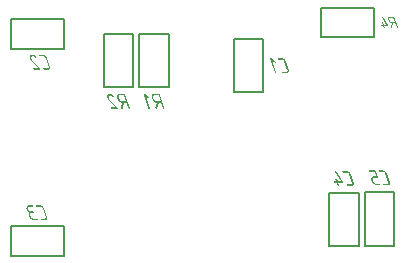
<source format=gbo>
G04 Layer_Color=3116968*
%FSLAX42Y42*%
%MOMM*%
G71*
G01*
G75*
%ADD23C,0.20*%
G36*
X5867Y7494D02*
X5868Y7494D01*
X5869Y7494D01*
X5869Y7494D01*
X5871Y7493D01*
X5871Y7492D01*
X5872Y7492D01*
X5873Y7492D01*
X5906Y7466D01*
X5908Y7465D01*
X5909Y7464D01*
X5909Y7463D01*
X5909Y7462D01*
Y7462D01*
X5910Y7461D01*
Y7461D01*
X5909Y7459D01*
X5909Y7458D01*
X5909Y7458D01*
Y7458D01*
X5908Y7457D01*
X5906Y7456D01*
X5906Y7456D01*
X5905D01*
X5903Y7456D01*
X5902Y7457D01*
X5901Y7457D01*
X5900Y7458D01*
X5900D01*
X5881Y7472D01*
X5914Y7375D01*
X5914Y7374D01*
Y7373D01*
Y7371D01*
X5914Y7370D01*
X5914Y7370D01*
X5913Y7369D01*
X5911Y7369D01*
X5910Y7369D01*
X5910D01*
X5908Y7369D01*
X5906Y7369D01*
X5905Y7370D01*
X5905Y7370D01*
X5905D01*
X5903Y7372D01*
X5902Y7373D01*
X5902Y7374D01*
X5902Y7374D01*
Y7375D01*
X5863Y7487D01*
X5863Y7488D01*
X5863Y7489D01*
Y7491D01*
X5863Y7492D01*
X5863Y7493D01*
X5864Y7494D01*
X5865Y7494D01*
X5866Y7494D01*
X5866D01*
X5867Y7494D01*
D02*
G37*
G36*
X5995Y7493D02*
X5996Y7493D01*
X5998Y7491D01*
X5999Y7490D01*
X6000Y7489D01*
X6001Y7488D01*
X6001Y7487D01*
X6001Y7487D01*
X6039Y7375D01*
X6040Y7374D01*
Y7373D01*
Y7371D01*
X6039Y7370D01*
X6039Y7370D01*
X6038Y7369D01*
X6036Y7369D01*
X6035Y7369D01*
X6035D01*
X6033Y7369D01*
X6032Y7369D01*
X6030Y7370D01*
X6030Y7370D01*
X6030D01*
X6029Y7372D01*
X6028Y7373D01*
X6027Y7374D01*
X6027Y7374D01*
Y7375D01*
X6012Y7419D01*
X5990D01*
X5977Y7371D01*
X5976Y7370D01*
X5976Y7369D01*
X5975Y7369D01*
X5975Y7369D01*
X5974Y7369D01*
X5974Y7369D01*
X5973D01*
X5971Y7369D01*
X5969Y7369D01*
X5968Y7370D01*
X5968Y7370D01*
X5968D01*
X5966Y7372D01*
X5965Y7373D01*
X5964Y7374D01*
X5964Y7374D01*
Y7375D01*
X5964Y7377D01*
Y7378D01*
X5976Y7419D01*
X5974D01*
X5970Y7419D01*
X5967Y7420D01*
X5963Y7421D01*
X5960Y7422D01*
X5958Y7424D01*
X5956Y7425D01*
X5955Y7425D01*
X5955Y7425D01*
X5954Y7426D01*
X5954D01*
X5951Y7429D01*
X5948Y7432D01*
X5946Y7435D01*
X5944Y7437D01*
X5943Y7440D01*
X5942Y7442D01*
X5941Y7443D01*
X5941Y7443D01*
X5941Y7443D01*
Y7444D01*
X5932Y7469D01*
X5932Y7470D01*
X5931Y7472D01*
X5931Y7476D01*
X5931Y7479D01*
X5932Y7481D01*
X5932Y7483D01*
X5933Y7485D01*
X5933Y7486D01*
X5934Y7486D01*
X5936Y7489D01*
X5938Y7490D01*
X5941Y7492D01*
X5943Y7493D01*
X5945Y7493D01*
X5947Y7493D01*
X5948Y7494D01*
X5993D01*
X5995Y7493D01*
D02*
G37*
G36*
X7894Y6845D02*
X7898Y6845D01*
X7901Y6843D01*
X7904Y6842D01*
X7907Y6841D01*
X7909Y6840D01*
X7910Y6839D01*
X7910Y6839D01*
X7910Y6838D01*
X7911D01*
X7914Y6836D01*
X7917Y6833D01*
X7919Y6830D01*
X7921Y6827D01*
X7922Y6825D01*
X7923Y6822D01*
X7923Y6822D01*
X7924Y6821D01*
X7924Y6821D01*
Y6821D01*
X7949Y6746D01*
X7950Y6744D01*
X7950Y6742D01*
X7951Y6739D01*
X7951Y6736D01*
X7950Y6733D01*
X7949Y6731D01*
X7949Y6729D01*
X7948Y6728D01*
X7948Y6728D01*
X7946Y6726D01*
X7943Y6724D01*
X7941Y6723D01*
X7938Y6722D01*
X7936Y6721D01*
X7934Y6721D01*
X7934Y6721D01*
X7901D01*
X7900Y6721D01*
X7899Y6721D01*
X7898Y6722D01*
X7897Y6723D01*
X7896Y6723D01*
X7896D01*
X7895Y6724D01*
X7894Y6726D01*
X7893Y6727D01*
X7893Y6727D01*
X7893Y6728D01*
Y6729D01*
X7893Y6730D01*
X7893Y6731D01*
X7894Y6731D01*
X7894Y6732D01*
X7895Y6732D01*
X7896Y6733D01*
X7897Y6733D01*
X7929D01*
X7930Y6733D01*
X7932Y6734D01*
X7933Y6734D01*
X7933Y6734D01*
X7933D01*
X7935Y6735D01*
X7936Y6736D01*
X7936Y6737D01*
X7936Y6737D01*
X7937Y6738D01*
X7937Y6740D01*
X7938Y6741D01*
Y6743D01*
X7937Y6744D01*
X7937Y6745D01*
X7937Y6745D01*
Y6746D01*
X7911Y6821D01*
X7911Y6823D01*
X7910Y6824D01*
X7909Y6825D01*
X7909Y6825D01*
Y6826D01*
X7908Y6827D01*
X7906Y6829D01*
X7905Y6829D01*
X7905Y6830D01*
X7905D01*
X7903Y6831D01*
X7901Y6832D01*
X7899Y6832D01*
X7898Y6833D01*
X7897Y6833D01*
X7896Y6833D01*
X7863D01*
X7862Y6834D01*
X7861Y6834D01*
X7859Y6835D01*
X7858Y6835D01*
X7858Y6835D01*
X7858D01*
X7856Y6837D01*
X7856Y6838D01*
X7855Y6839D01*
X7855Y6840D01*
X7855Y6840D01*
X7855Y6841D01*
X7855Y6842D01*
X7855Y6843D01*
X7855Y6844D01*
X7856Y6845D01*
X7856Y6845D01*
X7858Y6846D01*
X7859Y6846D01*
X7890D01*
X7894Y6845D01*
D02*
G37*
G36*
X7824Y6846D02*
X7826Y6845D01*
X7827Y6844D01*
X7828Y6843D01*
X7829Y6842D01*
X7830Y6840D01*
X7830Y6840D01*
X7830Y6840D01*
X7847Y6789D01*
X7847Y6788D01*
Y6787D01*
Y6786D01*
X7847Y6785D01*
X7846Y6784D01*
X7845Y6784D01*
X7844Y6783D01*
X7843Y6783D01*
X7818D01*
X7815Y6783D01*
X7813Y6782D01*
X7811Y6782D01*
X7809Y6780D01*
X7808Y6780D01*
X7807Y6779D01*
X7807Y6778D01*
X7806Y6778D01*
X7805Y6775D01*
X7805Y6773D01*
X7805Y6771D01*
Y6769D01*
X7805Y6767D01*
X7805Y6766D01*
X7805Y6765D01*
X7806Y6764D01*
X7810Y6752D01*
X7811Y6749D01*
X7813Y6746D01*
X7814Y6744D01*
X7816Y6742D01*
X7818Y6741D01*
X7819Y6739D01*
X7820Y6739D01*
X7820Y6738D01*
X7823Y6737D01*
X7825Y6735D01*
X7828Y6735D01*
X7830Y6734D01*
X7832Y6734D01*
X7834Y6733D01*
X7861D01*
X7862Y6733D01*
X7864Y6732D01*
X7865Y6732D01*
X7865Y6731D01*
X7865Y6731D01*
X7867Y6730D01*
X7868Y6728D01*
X7868Y6727D01*
X7868Y6727D01*
Y6727D01*
X7869Y6725D01*
Y6724D01*
X7868Y6723D01*
X7868Y6723D01*
X7867Y6722D01*
X7866Y6721D01*
X7865Y6721D01*
X7839D01*
X7837Y6721D01*
X7834Y6721D01*
X7830Y6722D01*
X7826Y6724D01*
X7822Y6725D01*
X7819Y6727D01*
X7817Y6728D01*
X7816Y6728D01*
X7816Y6729D01*
X7815Y6730D01*
X7814Y6730D01*
X7814Y6730D01*
X7812Y6732D01*
X7810Y6734D01*
X7806Y6737D01*
X7803Y6741D01*
X7801Y6744D01*
X7799Y6748D01*
X7799Y6749D01*
X7798Y6750D01*
X7798Y6751D01*
X7798Y6751D01*
X7797Y6752D01*
Y6752D01*
X7793Y6764D01*
X7792Y6767D01*
X7792Y6769D01*
X7792Y6771D01*
Y6773D01*
X7792Y6777D01*
X7792Y6780D01*
X7793Y6783D01*
X7794Y6785D01*
X7794Y6785D01*
X7795Y6786D01*
X7795Y6786D01*
Y6786D01*
X7796Y6788D01*
X7798Y6790D01*
X7799Y6791D01*
X7801Y6792D01*
X7804Y6793D01*
X7807Y6795D01*
X7809Y6795D01*
X7811Y6795D01*
X7812D01*
X7813Y6796D01*
X7833D01*
X7820Y6833D01*
X7776D01*
X7775Y6834D01*
X7774Y6834D01*
X7772Y6835D01*
X7771Y6835D01*
X7771Y6835D01*
X7771D01*
X7769Y6837D01*
X7768Y6838D01*
X7768Y6839D01*
X7768Y6840D01*
X7767Y6840D01*
Y6841D01*
X7768Y6842D01*
X7768Y6843D01*
X7768Y6844D01*
X7769Y6845D01*
X7769Y6845D01*
X7770Y6846D01*
X7771Y6846D01*
X7822D01*
X7824Y6846D01*
D02*
G37*
G36*
X7886Y8147D02*
X7887Y8147D01*
X7887Y8147D01*
X7888Y8146D01*
X7889Y8145D01*
X7890Y8144D01*
X7890Y8144D01*
X7891Y8143D01*
X7932Y8077D01*
X7933Y8076D01*
X7933Y8074D01*
X7934Y8074D01*
Y8073D01*
X7933Y8072D01*
X7933Y8072D01*
X7932Y8071D01*
X7931Y8071D01*
X7931Y8071D01*
X7901D01*
X7906Y8056D01*
X7906Y8056D01*
Y8055D01*
Y8054D01*
X7906Y8053D01*
X7906Y8053D01*
X7905Y8052D01*
X7904Y8052D01*
X7903Y8052D01*
X7903D01*
X7901Y8052D01*
X7900Y8052D01*
X7899Y8053D01*
X7899Y8053D01*
X7899D01*
X7898Y8054D01*
X7897Y8055D01*
X7897Y8056D01*
X7897Y8056D01*
Y8056D01*
X7892Y8071D01*
X7882D01*
X7881Y8071D01*
X7881Y8071D01*
X7879Y8072D01*
X7879Y8072D01*
X7878Y8072D01*
X7878D01*
X7877Y8073D01*
X7876Y8074D01*
X7876Y8075D01*
X7876Y8075D01*
X7876Y8076D01*
Y8077D01*
X7876Y8078D01*
X7876Y8078D01*
X7876Y8079D01*
X7877Y8079D01*
X7877Y8079D01*
X7878Y8080D01*
X7879Y8080D01*
X7889D01*
X7884Y8094D01*
X7883Y8095D01*
Y8096D01*
X7884Y8097D01*
X7884Y8098D01*
X7884Y8098D01*
X7885Y8099D01*
X7886Y8099D01*
X7887Y8099D01*
X7887D01*
X7888Y8099D01*
X7889Y8099D01*
X7890Y8098D01*
X7890Y8098D01*
X7890D01*
X7892Y8097D01*
X7893Y8096D01*
X7893Y8095D01*
X7893Y8095D01*
Y8094D01*
X7898Y8080D01*
X7920D01*
X7882Y8141D01*
X7882Y8142D01*
X7882Y8143D01*
X7881Y8144D01*
X7882Y8145D01*
X7882Y8145D01*
X7882Y8146D01*
X7883Y8146D01*
X7884Y8147D01*
X7885Y8147D01*
X7886D01*
X7886Y8147D01*
D02*
G37*
G36*
X7982D02*
X7983Y8146D01*
X7984Y8145D01*
X7985Y8145D01*
X7986Y8144D01*
X7986Y8143D01*
X7986Y8142D01*
X7986Y8142D01*
X8016Y8056D01*
X8016Y8056D01*
Y8055D01*
Y8054D01*
X8016Y8053D01*
X8015Y8053D01*
X8014Y8052D01*
X8013Y8052D01*
X8013Y8052D01*
X8012D01*
X8011Y8052D01*
X8010Y8052D01*
X8009Y8053D01*
X8009Y8053D01*
X8009D01*
X8007Y8054D01*
X8007Y8055D01*
X8006Y8056D01*
X8006Y8056D01*
Y8056D01*
X7995Y8090D01*
X7978D01*
X7968Y8054D01*
X7968Y8053D01*
X7967Y8053D01*
X7967Y8052D01*
X7967Y8052D01*
X7966Y8052D01*
X7966Y8052D01*
X7965D01*
X7964Y8052D01*
X7962Y8053D01*
X7961Y8053D01*
X7961Y8053D01*
X7961D01*
X7960Y8054D01*
X7959Y8055D01*
X7959Y8056D01*
X7958Y8056D01*
Y8056D01*
X7958Y8058D01*
Y8059D01*
X7967Y8090D01*
X7966D01*
X7963Y8090D01*
X7960Y8091D01*
X7958Y8092D01*
X7955Y8093D01*
X7954Y8094D01*
X7952Y8095D01*
X7952Y8095D01*
X7951Y8095D01*
X7951Y8095D01*
X7951D01*
X7948Y8098D01*
X7946Y8100D01*
X7944Y8102D01*
X7943Y8104D01*
X7942Y8106D01*
X7941Y8108D01*
X7941Y8108D01*
X7941Y8109D01*
X7941Y8109D01*
Y8109D01*
X7934Y8128D01*
X7934Y8129D01*
X7933Y8131D01*
X7933Y8133D01*
X7933Y8136D01*
X7934Y8138D01*
X7934Y8139D01*
X7935Y8140D01*
X7935Y8141D01*
X7935Y8141D01*
X7937Y8143D01*
X7939Y8145D01*
X7940Y8146D01*
X7942Y8146D01*
X7944Y8147D01*
X7945Y8147D01*
X7946Y8147D01*
X7980D01*
X7982Y8147D01*
D02*
G37*
G36*
X5582Y7493D02*
X5585Y7493D01*
X5586Y7493D01*
X5587Y7492D01*
X5587Y7492D01*
X5587D01*
X5590Y7491D01*
X5592Y7491D01*
X5593Y7490D01*
X5594Y7490D01*
X5595Y7489D01*
X5596Y7489D01*
X5596Y7489D01*
X5599Y7487D01*
X5602Y7486D01*
X5605Y7484D01*
X5607Y7482D01*
X5608Y7481D01*
X5610Y7479D01*
X5611Y7479D01*
X5611Y7478D01*
X5612Y7477D01*
X5613Y7476D01*
X5613Y7475D01*
X5613Y7475D01*
X5614Y7474D01*
Y7473D01*
X5613Y7471D01*
X5613Y7471D01*
X5613Y7470D01*
X5612Y7469D01*
X5610Y7469D01*
X5609Y7469D01*
X5609D01*
X5606Y7469D01*
X5605Y7470D01*
X5604Y7471D01*
X5603Y7471D01*
X5603Y7471D01*
X5600Y7474D01*
X5598Y7476D01*
X5596Y7477D01*
X5595Y7477D01*
X5594Y7478D01*
X5593Y7478D01*
X5593Y7479D01*
X5591Y7479D01*
X5590Y7480D01*
X5588Y7481D01*
X5586Y7481D01*
X5585Y7481D01*
X5584Y7481D01*
X5583D01*
X5580Y7481D01*
X5579Y7481D01*
X5578Y7480D01*
X5577Y7480D01*
X5576Y7480D01*
X5576Y7479D01*
X5575D01*
X5573Y7478D01*
X5571Y7477D01*
X5570Y7476D01*
X5570Y7475D01*
Y7475D01*
X5569Y7473D01*
X5568Y7470D01*
X5568Y7468D01*
Y7466D01*
X5568Y7464D01*
X5568Y7462D01*
X5568Y7461D01*
X5568Y7461D01*
Y7461D01*
X5569Y7459D01*
X5570Y7458D01*
X5571Y7456D01*
X5572Y7455D01*
X5573Y7454D01*
X5573Y7453D01*
X5574Y7452D01*
X5574Y7452D01*
X5645Y7378D01*
X5647Y7376D01*
X5647Y7375D01*
X5648Y7374D01*
X5648Y7374D01*
X5648Y7373D01*
Y7372D01*
X5648Y7371D01*
X5647Y7370D01*
X5646Y7369D01*
X5645Y7369D01*
X5644Y7369D01*
X5593D01*
X5592Y7369D01*
X5591Y7369D01*
X5589Y7370D01*
X5588Y7370D01*
X5588Y7371D01*
X5588D01*
X5586Y7372D01*
X5585Y7373D01*
X5585Y7374D01*
X5585Y7375D01*
X5585Y7376D01*
Y7376D01*
X5585Y7378D01*
X5585Y7379D01*
X5585Y7379D01*
X5586Y7380D01*
X5586Y7380D01*
X5587Y7381D01*
X5589Y7381D01*
X5628D01*
X5565Y7445D01*
X5563Y7448D01*
X5561Y7451D01*
X5560Y7454D01*
X5558Y7456D01*
X5557Y7458D01*
X5557Y7459D01*
X5556Y7460D01*
X5556Y7461D01*
X5555Y7463D01*
X5555Y7465D01*
X5555Y7468D01*
Y7470D01*
X5555Y7474D01*
X5556Y7477D01*
X5557Y7480D01*
X5557Y7481D01*
X5558Y7482D01*
X5558Y7483D01*
X5558Y7483D01*
X5559Y7484D01*
Y7484D01*
X5560Y7485D01*
X5561Y7487D01*
X5563Y7488D01*
X5565Y7489D01*
X5568Y7491D01*
X5572Y7492D01*
X5575Y7493D01*
X5576Y7493D01*
X5577Y7493D01*
X5578Y7494D01*
X5580D01*
X5582Y7493D01*
D02*
G37*
G36*
X5703D02*
X5704Y7493D01*
X5706Y7491D01*
X5707Y7490D01*
X5708Y7489D01*
X5709Y7488D01*
X5709Y7487D01*
X5709Y7487D01*
X5747Y7375D01*
X5747Y7374D01*
Y7373D01*
Y7371D01*
X5747Y7370D01*
X5747Y7370D01*
X5746Y7369D01*
X5744Y7369D01*
X5743Y7369D01*
X5743D01*
X5741Y7369D01*
X5740Y7369D01*
X5738Y7370D01*
X5738Y7370D01*
X5738D01*
X5737Y7372D01*
X5735Y7373D01*
X5735Y7374D01*
X5735Y7374D01*
Y7375D01*
X5720Y7419D01*
X5698D01*
X5685Y7371D01*
X5684Y7370D01*
X5684Y7369D01*
X5683Y7369D01*
X5683Y7369D01*
X5682Y7369D01*
X5682Y7369D01*
X5681D01*
X5679Y7369D01*
X5677Y7369D01*
X5676Y7370D01*
X5676Y7370D01*
X5676D01*
X5674Y7372D01*
X5673Y7373D01*
X5672Y7374D01*
X5672Y7374D01*
Y7375D01*
X5672Y7377D01*
Y7378D01*
X5684Y7419D01*
X5682D01*
X5678Y7419D01*
X5675Y7420D01*
X5671Y7421D01*
X5668Y7422D01*
X5666Y7424D01*
X5664Y7425D01*
X5663Y7425D01*
X5662Y7425D01*
X5662Y7426D01*
X5662D01*
X5659Y7429D01*
X5656Y7432D01*
X5654Y7435D01*
X5652Y7437D01*
X5650Y7440D01*
X5650Y7442D01*
X5649Y7443D01*
X5649Y7443D01*
X5649Y7443D01*
Y7444D01*
X5640Y7469D01*
X5640Y7470D01*
X5639Y7472D01*
X5639Y7476D01*
X5639Y7479D01*
X5640Y7481D01*
X5640Y7483D01*
X5641Y7485D01*
X5641Y7486D01*
X5642Y7486D01*
X5644Y7489D01*
X5646Y7490D01*
X5648Y7492D01*
X5651Y7493D01*
X5653Y7493D01*
X5655Y7493D01*
X5656Y7494D01*
X5700D01*
X5703Y7493D01*
D02*
G37*
G36*
X4926Y7825D02*
X4929Y7824D01*
X4929Y7824D01*
X4930Y7824D01*
X4931Y7824D01*
X4931D01*
X4934Y7823D01*
X4935Y7822D01*
X4937Y7822D01*
X4938Y7821D01*
X4939Y7821D01*
X4939Y7821D01*
X4939Y7821D01*
X4942Y7819D01*
X4945Y7817D01*
X4948Y7815D01*
X4950Y7814D01*
X4952Y7812D01*
X4953Y7811D01*
X4954Y7810D01*
X4954Y7810D01*
X4956Y7808D01*
X4956Y7807D01*
X4957Y7806D01*
X4957Y7806D01*
X4957Y7805D01*
Y7804D01*
X4957Y7803D01*
X4956Y7802D01*
X4956Y7802D01*
X4955Y7801D01*
X4954Y7800D01*
X4953Y7800D01*
X4952D01*
X4949Y7801D01*
X4948Y7801D01*
X4947Y7802D01*
X4946Y7803D01*
X4946Y7803D01*
X4943Y7806D01*
X4941Y7807D01*
X4940Y7808D01*
X4939Y7809D01*
X4938Y7809D01*
X4937Y7810D01*
X4937Y7810D01*
X4935Y7811D01*
X4933Y7811D01*
X4931Y7812D01*
X4930Y7812D01*
X4929Y7812D01*
X4927Y7813D01*
X4927D01*
X4924Y7812D01*
X4922Y7812D01*
X4921Y7812D01*
X4920Y7811D01*
X4919Y7811D01*
X4919Y7811D01*
X4919D01*
X4916Y7809D01*
X4915Y7808D01*
X4914Y7807D01*
X4914Y7807D01*
Y7806D01*
X4912Y7804D01*
X4911Y7802D01*
X4911Y7799D01*
Y7797D01*
X4911Y7795D01*
X4911Y7794D01*
X4912Y7793D01*
X4912Y7793D01*
Y7793D01*
X4913Y7791D01*
X4913Y7789D01*
X4914Y7788D01*
X4915Y7786D01*
X4916Y7785D01*
X4917Y7784D01*
X4917Y7783D01*
X4917Y7783D01*
X4989Y7710D01*
X4990Y7708D01*
X4991Y7706D01*
X4991Y7705D01*
X4992Y7705D01*
X4992Y7704D01*
Y7703D01*
X4991Y7702D01*
X4991Y7701D01*
X4990Y7701D01*
X4989Y7700D01*
X4988Y7700D01*
X4936D01*
X4935Y7700D01*
X4934Y7700D01*
X4933Y7701D01*
X4932Y7702D01*
X4931Y7702D01*
X4931D01*
X4930Y7704D01*
X4929Y7705D01*
X4928Y7706D01*
X4928Y7706D01*
X4928Y7707D01*
Y7708D01*
X4928Y7709D01*
X4929Y7710D01*
X4929Y7710D01*
X4929Y7711D01*
X4930Y7711D01*
X4931Y7712D01*
X4932Y7712D01*
X4971D01*
X4909Y7777D01*
X4906Y7780D01*
X4905Y7782D01*
X4903Y7785D01*
X4902Y7787D01*
X4901Y7789D01*
X4900Y7791D01*
X4900Y7792D01*
X4900Y7792D01*
X4899Y7794D01*
X4899Y7797D01*
X4898Y7799D01*
Y7801D01*
X4899Y7805D01*
X4899Y7809D01*
X4900Y7811D01*
X4901Y7813D01*
X4901Y7814D01*
X4901Y7814D01*
X4902Y7815D01*
X4902Y7815D01*
Y7815D01*
X4903Y7817D01*
X4905Y7819D01*
X4906Y7820D01*
X4908Y7821D01*
X4912Y7823D01*
X4915Y7824D01*
X4918Y7824D01*
X4920Y7825D01*
X4921Y7825D01*
X4922Y7825D01*
X4923D01*
X4926Y7825D01*
D02*
G37*
G36*
X5016Y7825D02*
X5020Y7824D01*
X5024Y7823D01*
X5026Y7821D01*
X5029Y7820D01*
X5031Y7819D01*
X5032Y7818D01*
X5032Y7818D01*
X5033Y7818D01*
X5033D01*
X5036Y7815D01*
X5039Y7812D01*
X5041Y7809D01*
X5043Y7806D01*
X5044Y7804D01*
X5045Y7802D01*
X5046Y7801D01*
X5046Y7801D01*
X5046Y7800D01*
Y7800D01*
X5072Y7725D01*
X5072Y7723D01*
X5073Y7721D01*
X5073Y7718D01*
X5073Y7715D01*
X5072Y7712D01*
X5072Y7710D01*
X5071Y7709D01*
X5070Y7708D01*
X5070Y7707D01*
X5068Y7705D01*
X5066Y7703D01*
X5063Y7702D01*
X5061Y7701D01*
X5059Y7700D01*
X5057Y7700D01*
X5056Y7700D01*
X5024D01*
X5023Y7700D01*
X5022Y7700D01*
X5020Y7701D01*
X5019Y7702D01*
X5019Y7702D01*
X5019D01*
X5017Y7704D01*
X5016Y7705D01*
X5016Y7706D01*
X5015Y7706D01*
X5015Y7707D01*
Y7708D01*
X5015Y7709D01*
X5016Y7710D01*
X5016Y7710D01*
X5016Y7711D01*
X5017Y7711D01*
X5018Y7712D01*
X5019Y7712D01*
X5051D01*
X5053Y7713D01*
X5054Y7713D01*
X5055Y7713D01*
X5055Y7713D01*
X5056D01*
X5057Y7714D01*
X5058Y7715D01*
X5059Y7716D01*
X5059Y7716D01*
X5059Y7717D01*
X5060Y7719D01*
X5060Y7720D01*
Y7722D01*
X5060Y7723D01*
X5059Y7724D01*
X5059Y7725D01*
Y7725D01*
X5034Y7800D01*
X5033Y7802D01*
X5032Y7803D01*
X5031Y7804D01*
X5031Y7805D01*
Y7805D01*
X5030Y7806D01*
X5029Y7808D01*
X5027Y7809D01*
X5027Y7809D01*
X5027D01*
X5025Y7810D01*
X5023Y7811D01*
X5022Y7812D01*
X5020Y7812D01*
X5019Y7812D01*
X5018Y7813D01*
X4986D01*
X4984Y7813D01*
X4983Y7813D01*
X4982Y7814D01*
X4981Y7814D01*
X4980Y7815D01*
X4980D01*
X4979Y7816D01*
X4978Y7817D01*
X4977Y7818D01*
X4977Y7819D01*
X4977Y7820D01*
X4977Y7820D01*
X4977Y7822D01*
X4977Y7823D01*
X4978Y7823D01*
X4978Y7824D01*
X4979Y7824D01*
X4980Y7825D01*
X4981Y7825D01*
X5013D01*
X5016Y7825D01*
D02*
G37*
G36*
X6940Y7797D02*
X6941Y7796D01*
X6942Y7796D01*
X6942Y7796D01*
X6944Y7795D01*
X6945Y7795D01*
X6945Y7794D01*
X6946Y7794D01*
X6979Y7769D01*
X6981Y7767D01*
X6982Y7766D01*
X6982Y7765D01*
X6983Y7765D01*
Y7764D01*
X6983Y7764D01*
Y7763D01*
X6983Y7761D01*
X6982Y7760D01*
X6982Y7760D01*
Y7760D01*
X6981Y7759D01*
X6980Y7758D01*
X6979Y7758D01*
X6978D01*
X6976Y7759D01*
X6975Y7759D01*
X6974Y7760D01*
X6973Y7760D01*
X6973D01*
X6954Y7774D01*
X6987Y7677D01*
X6988Y7676D01*
Y7675D01*
Y7673D01*
X6987Y7673D01*
X6987Y7672D01*
X6986Y7671D01*
X6984Y7671D01*
X6983Y7671D01*
X6983D01*
X6981Y7671D01*
X6980Y7672D01*
X6978Y7672D01*
X6978Y7672D01*
X6978D01*
X6977Y7674D01*
X6975Y7675D01*
X6975Y7676D01*
X6975Y7677D01*
Y7677D01*
X6936Y7789D01*
X6936Y7791D01*
X6936Y7792D01*
Y7793D01*
X6936Y7794D01*
X6936Y7795D01*
X6937Y7796D01*
X6938Y7797D01*
X6939Y7797D01*
X6939D01*
X6940Y7797D01*
D02*
G37*
G36*
X7038Y7795D02*
X7042Y7795D01*
X7045Y7793D01*
X7048Y7792D01*
X7051Y7791D01*
X7053Y7789D01*
X7054Y7789D01*
X7054Y7789D01*
X7054Y7788D01*
X7055D01*
X7058Y7786D01*
X7061Y7783D01*
X7063Y7780D01*
X7065Y7777D01*
X7066Y7774D01*
X7067Y7772D01*
X7068Y7772D01*
X7068Y7771D01*
X7068Y7771D01*
Y7771D01*
X7093Y7696D01*
X7094Y7694D01*
X7094Y7692D01*
X7095Y7689D01*
X7095Y7686D01*
X7094Y7683D01*
X7093Y7681D01*
X7093Y7679D01*
X7092Y7678D01*
X7092Y7678D01*
X7090Y7676D01*
X7088Y7674D01*
X7085Y7673D01*
X7083Y7672D01*
X7080Y7671D01*
X7078Y7671D01*
X7078Y7671D01*
X7045D01*
X7044Y7671D01*
X7043Y7671D01*
X7042Y7672D01*
X7041Y7672D01*
X7040Y7673D01*
X7040D01*
X7039Y7674D01*
X7038Y7676D01*
X7037Y7677D01*
X7037Y7677D01*
X7037Y7678D01*
Y7679D01*
X7037Y7680D01*
X7038Y7681D01*
X7038Y7681D01*
X7038Y7682D01*
X7039Y7682D01*
X7040Y7683D01*
X7041Y7683D01*
X7073D01*
X7074Y7683D01*
X7076Y7684D01*
X7077Y7684D01*
X7077Y7684D01*
X7077D01*
X7079Y7685D01*
X7080Y7686D01*
X7080Y7687D01*
X7080Y7687D01*
X7081Y7688D01*
X7081Y7690D01*
X7082Y7691D01*
Y7693D01*
X7081Y7694D01*
X7081Y7695D01*
X7081Y7695D01*
Y7696D01*
X7055Y7771D01*
X7055Y7773D01*
X7054Y7774D01*
X7053Y7775D01*
X7053Y7775D01*
Y7776D01*
X7052Y7777D01*
X7050Y7779D01*
X7049Y7779D01*
X7049Y7780D01*
X7049D01*
X7047Y7781D01*
X7045Y7782D01*
X7043Y7782D01*
X7042Y7783D01*
X7041Y7783D01*
X7040Y7783D01*
X7007D01*
X7006Y7784D01*
X7005Y7784D01*
X7003Y7784D01*
X7002Y7785D01*
X7002Y7785D01*
X7002D01*
X7000Y7787D01*
X7000Y7788D01*
X6999Y7789D01*
X6999Y7789D01*
X6999Y7790D01*
X6999Y7791D01*
X6999Y7792D01*
X6999Y7793D01*
X6999Y7794D01*
X7000Y7794D01*
X7000Y7795D01*
X7002Y7796D01*
X7003Y7796D01*
X7034D01*
X7038Y7795D01*
D02*
G37*
G36*
X4991Y6550D02*
X4995Y6549D01*
X4999Y6548D01*
X5001Y6546D01*
X5004Y6545D01*
X5006Y6544D01*
X5007Y6543D01*
X5007Y6543D01*
X5008Y6543D01*
X5008D01*
X5011Y6540D01*
X5014Y6537D01*
X5016Y6534D01*
X5018Y6531D01*
X5019Y6529D01*
X5020Y6527D01*
X5021Y6526D01*
X5021Y6526D01*
X5021Y6525D01*
Y6525D01*
X5047Y6450D01*
X5047Y6448D01*
X5048Y6446D01*
X5048Y6443D01*
X5048Y6440D01*
X5047Y6437D01*
X5047Y6435D01*
X5046Y6434D01*
X5045Y6433D01*
X5045Y6432D01*
X5043Y6430D01*
X5041Y6428D01*
X5038Y6427D01*
X5036Y6426D01*
X5034Y6425D01*
X5032Y6425D01*
X5031Y6425D01*
X4999D01*
X4998Y6425D01*
X4997Y6425D01*
X4995Y6426D01*
X4994Y6427D01*
X4994Y6427D01*
X4994D01*
X4992Y6429D01*
X4991Y6430D01*
X4991Y6431D01*
X4990Y6431D01*
X4990Y6432D01*
Y6433D01*
X4990Y6434D01*
X4991Y6435D01*
X4991Y6435D01*
X4991Y6436D01*
X4992Y6436D01*
X4993Y6437D01*
X4994Y6437D01*
X5026D01*
X5028Y6438D01*
X5029Y6438D01*
X5030Y6438D01*
X5030Y6438D01*
X5031D01*
X5032Y6439D01*
X5033Y6440D01*
X5034Y6441D01*
X5034Y6441D01*
X5034Y6442D01*
X5035Y6444D01*
X5035Y6445D01*
Y6447D01*
X5035Y6448D01*
X5034Y6449D01*
X5034Y6450D01*
Y6450D01*
X5009Y6525D01*
X5008Y6527D01*
X5007Y6528D01*
X5006Y6529D01*
X5006Y6530D01*
Y6530D01*
X5005Y6531D01*
X5004Y6533D01*
X5002Y6534D01*
X5002Y6534D01*
X5002D01*
X5000Y6535D01*
X4998Y6536D01*
X4997Y6537D01*
X4995Y6537D01*
X4994Y6537D01*
X4993Y6538D01*
X4961D01*
X4959Y6538D01*
X4958Y6538D01*
X4957Y6539D01*
X4956Y6539D01*
X4955Y6540D01*
X4955D01*
X4954Y6541D01*
X4953Y6542D01*
X4952Y6543D01*
X4952Y6544D01*
X4952Y6545D01*
X4952Y6545D01*
X4952Y6547D01*
X4952Y6548D01*
X4953Y6548D01*
X4953Y6549D01*
X4954Y6549D01*
X4955Y6550D01*
X4956Y6550D01*
X4988D01*
X4991Y6550D01*
D02*
G37*
G36*
X7491Y6841D02*
X7492Y6840D01*
X7492Y6840D01*
X7494Y6839D01*
X7495Y6838D01*
X7496Y6837D01*
X7497Y6836D01*
X7497Y6836D01*
X7552Y6749D01*
X7552Y6747D01*
X7553Y6746D01*
X7553Y6745D01*
Y6744D01*
X7553Y6743D01*
X7552Y6742D01*
X7551Y6741D01*
X7550Y6741D01*
X7549Y6741D01*
X7511D01*
X7517Y6722D01*
X7517Y6721D01*
Y6720D01*
Y6718D01*
X7517Y6718D01*
X7517Y6717D01*
X7516Y6716D01*
X7514Y6716D01*
X7513Y6716D01*
X7513D01*
X7511Y6716D01*
X7509Y6717D01*
X7508Y6717D01*
X7508Y6717D01*
X7508D01*
X7507Y6719D01*
X7505Y6720D01*
X7505Y6721D01*
X7505Y6722D01*
Y6722D01*
X7498Y6741D01*
X7486D01*
X7485Y6741D01*
X7484Y6741D01*
X7482Y6742D01*
X7481Y6742D01*
X7481Y6743D01*
X7481D01*
X7479Y6744D01*
X7478Y6745D01*
X7478Y6746D01*
X7477Y6747D01*
X7477Y6748D01*
Y6748D01*
X7477Y6750D01*
X7478Y6751D01*
X7478Y6751D01*
X7479Y6752D01*
X7479Y6752D01*
X7480Y6753D01*
X7481Y6753D01*
X7494D01*
X7488Y6772D01*
X7487Y6773D01*
Y6774D01*
X7488Y6775D01*
X7488Y6776D01*
X7488Y6776D01*
X7489Y6777D01*
X7491Y6778D01*
X7492Y6778D01*
X7492D01*
X7494Y6778D01*
X7495Y6777D01*
X7496Y6776D01*
X7497Y6776D01*
X7497D01*
X7498Y6775D01*
X7499Y6773D01*
X7500Y6772D01*
X7500Y6772D01*
Y6772D01*
X7507Y6753D01*
X7536D01*
X7486Y6833D01*
X7485Y6834D01*
X7485Y6835D01*
X7485Y6836D01*
X7485Y6838D01*
X7485Y6839D01*
X7486Y6839D01*
X7487Y6840D01*
X7488Y6841D01*
X7489Y6841D01*
X7491D01*
X7491Y6841D01*
D02*
G37*
G36*
X7587Y6840D02*
X7591Y6840D01*
X7594Y6838D01*
X7597Y6837D01*
X7599Y6836D01*
X7602Y6834D01*
X7602Y6834D01*
X7603Y6834D01*
X7603Y6833D01*
X7603D01*
X7607Y6831D01*
X7609Y6828D01*
X7612Y6825D01*
X7614Y6822D01*
X7615Y6819D01*
X7616Y6817D01*
X7616Y6817D01*
X7616Y6816D01*
X7617Y6816D01*
Y6816D01*
X7642Y6741D01*
X7643Y6739D01*
X7643Y6737D01*
X7643Y6734D01*
X7643Y6731D01*
X7643Y6728D01*
X7642Y6726D01*
X7641Y6724D01*
X7641Y6723D01*
X7641Y6723D01*
X7639Y6721D01*
X7636Y6719D01*
X7634Y6718D01*
X7631Y6717D01*
X7629Y6716D01*
X7627Y6716D01*
X7626Y6716D01*
X7594D01*
X7593Y6716D01*
X7592Y6716D01*
X7590Y6717D01*
X7589Y6717D01*
X7589Y6718D01*
X7589D01*
X7587Y6719D01*
X7587Y6721D01*
X7586Y6721D01*
X7586Y6722D01*
X7586Y6723D01*
Y6724D01*
X7586Y6725D01*
X7586Y6726D01*
X7586Y6726D01*
X7587Y6727D01*
X7587Y6727D01*
X7589Y6728D01*
X7590Y6728D01*
X7621D01*
X7623Y6728D01*
X7624Y6729D01*
X7626Y6729D01*
X7626Y6729D01*
X7626D01*
X7627Y6730D01*
X7628Y6731D01*
X7629Y6731D01*
X7629Y6732D01*
X7630Y6733D01*
X7630Y6735D01*
X7630Y6736D01*
Y6738D01*
X7630Y6739D01*
X7630Y6740D01*
X7630Y6740D01*
Y6741D01*
X7604Y6816D01*
X7603Y6818D01*
X7602Y6819D01*
X7602Y6820D01*
X7602Y6820D01*
Y6821D01*
X7600Y6822D01*
X7599Y6824D01*
X7598Y6824D01*
X7598Y6825D01*
X7597D01*
X7596Y6826D01*
X7594Y6827D01*
X7592Y6827D01*
X7591Y6828D01*
X7589Y6828D01*
X7588Y6828D01*
X7556D01*
X7555Y6829D01*
X7554Y6829D01*
X7552Y6829D01*
X7551Y6830D01*
X7551Y6830D01*
X7551D01*
X7549Y6832D01*
X7548Y6833D01*
X7548Y6834D01*
X7548Y6834D01*
X7547Y6835D01*
X7547Y6836D01*
X7547Y6837D01*
X7548Y6838D01*
X7548Y6839D01*
X7549Y6839D01*
X7549Y6840D01*
X7550Y6841D01*
X7551Y6841D01*
X7583D01*
X7587Y6840D01*
D02*
G37*
G36*
X4922Y6549D02*
X4923Y6549D01*
X4925Y6548D01*
X4925Y6548D01*
X4925Y6548D01*
X4926Y6546D01*
X4927Y6545D01*
X4928Y6544D01*
X4928Y6544D01*
Y6544D01*
X4928Y6543D01*
X4928Y6542D01*
X4928Y6540D01*
X4928Y6539D01*
X4928Y6539D01*
X4927Y6538D01*
X4925Y6538D01*
X4924Y6537D01*
X4899D01*
X4896Y6537D01*
X4893Y6536D01*
X4891Y6536D01*
X4889Y6535D01*
X4888Y6534D01*
X4887Y6533D01*
X4887Y6532D01*
X4887Y6532D01*
X4886Y6530D01*
X4886Y6527D01*
Y6525D01*
X4886Y6523D01*
X4886Y6521D01*
X4886Y6520D01*
X4887Y6519D01*
X4887Y6519D01*
X4888Y6516D01*
X4889Y6514D01*
X4891Y6511D01*
X4892Y6509D01*
X4894Y6508D01*
X4895Y6507D01*
X4896Y6506D01*
X4896Y6506D01*
X4899Y6504D01*
X4901Y6502D01*
X4904Y6501D01*
X4906Y6501D01*
X4909Y6500D01*
X4910Y6500D01*
X4911Y6500D01*
X4925D01*
X4926Y6499D01*
X4928Y6499D01*
X4929Y6498D01*
X4929Y6498D01*
X4929Y6498D01*
X4931Y6496D01*
X4932Y6495D01*
X4932Y6494D01*
X4932Y6494D01*
Y6494D01*
X4933Y6492D01*
Y6490D01*
X4933Y6489D01*
X4932Y6489D01*
Y6489D01*
X4931Y6488D01*
X4930Y6488D01*
X4929Y6487D01*
X4916D01*
X4913Y6487D01*
X4911Y6486D01*
X4909Y6486D01*
X4907Y6485D01*
X4906Y6484D01*
X4905Y6483D01*
X4904Y6482D01*
X4904Y6482D01*
X4903Y6480D01*
X4903Y6477D01*
X4902Y6475D01*
Y6473D01*
X4903Y6471D01*
X4903Y6470D01*
X4903Y6469D01*
X4903Y6469D01*
X4908Y6456D01*
X4909Y6453D01*
X4910Y6451D01*
X4912Y6449D01*
X4914Y6446D01*
X4915Y6445D01*
X4916Y6444D01*
X4917Y6443D01*
X4918Y6443D01*
X4921Y6441D01*
X4923Y6440D01*
X4926Y6439D01*
X4928Y6438D01*
X4930Y6438D01*
X4931Y6437D01*
X4959D01*
X4960Y6437D01*
X4962Y6436D01*
X4963Y6436D01*
X4963Y6435D01*
X4963Y6435D01*
X4965Y6434D01*
X4965Y6432D01*
X4966Y6431D01*
X4966Y6431D01*
Y6431D01*
X4966Y6429D01*
Y6428D01*
X4966Y6427D01*
X4966Y6427D01*
Y6427D01*
X4965Y6426D01*
X4964Y6425D01*
X4962Y6425D01*
X4937D01*
X4935Y6425D01*
X4932Y6425D01*
X4928Y6426D01*
X4924Y6428D01*
X4920Y6430D01*
X4916Y6431D01*
X4915Y6432D01*
X4914Y6433D01*
X4913Y6433D01*
X4913Y6434D01*
X4912Y6434D01*
X4912Y6434D01*
X4910Y6436D01*
X4908Y6438D01*
X4904Y6441D01*
X4901Y6445D01*
X4899Y6449D01*
X4897Y6452D01*
X4897Y6453D01*
X4896Y6454D01*
X4896Y6455D01*
X4895Y6456D01*
X4895Y6456D01*
Y6456D01*
X4891Y6469D01*
X4890Y6471D01*
X4890Y6474D01*
X4889Y6476D01*
Y6478D01*
Y6480D01*
X4890Y6481D01*
X4890Y6482D01*
Y6483D01*
X4890Y6485D01*
X4891Y6487D01*
X4892Y6489D01*
X4893Y6490D01*
X4894Y6492D01*
X4894Y6493D01*
X4895Y6493D01*
X4895Y6493D01*
X4892Y6495D01*
X4889Y6497D01*
X4887Y6499D01*
X4885Y6501D01*
X4884Y6502D01*
X4883Y6504D01*
X4882Y6504D01*
X4882Y6505D01*
X4880Y6507D01*
X4878Y6510D01*
X4877Y6512D01*
X4876Y6514D01*
X4875Y6516D01*
X4874Y6517D01*
X4874Y6518D01*
X4874Y6519D01*
X4873Y6521D01*
X4873Y6523D01*
X4872Y6527D01*
Y6531D01*
X4873Y6534D01*
X4873Y6537D01*
X4874Y6539D01*
X4874Y6539D01*
X4874Y6540D01*
X4874Y6540D01*
Y6540D01*
X4876Y6542D01*
X4877Y6543D01*
X4878Y6545D01*
X4880Y6546D01*
X4883Y6547D01*
X4887Y6549D01*
X4890Y6549D01*
X4891Y6549D01*
X4892Y6550D01*
X4893Y6550D01*
X4921D01*
X4922Y6549D01*
D02*
G37*
%LPC*%
G36*
X5991Y7481D02*
X5953D01*
X5951Y7481D01*
X5950Y7481D01*
X5948Y7480D01*
X5947Y7479D01*
X5946Y7479D01*
X5946Y7478D01*
X5946Y7478D01*
X5945Y7477D01*
X5945Y7476D01*
X5944Y7474D01*
X5944Y7473D01*
X5944Y7472D01*
Y7470D01*
X5945Y7469D01*
X5945Y7469D01*
Y7469D01*
X5953Y7443D01*
X5954Y7441D01*
X5955Y7440D01*
X5956Y7438D01*
X5957Y7437D01*
X5958Y7436D01*
X5959Y7435D01*
X5960Y7434D01*
X5960Y7434D01*
X5962Y7433D01*
X5964Y7432D01*
X5965Y7432D01*
X5967Y7431D01*
X5968Y7431D01*
X5969Y7431D01*
X6008D01*
X5991Y7481D01*
D02*
G37*
G36*
X7979Y8138D02*
X7950D01*
X7949Y8137D01*
X7947Y8137D01*
X7946Y8137D01*
X7945Y8136D01*
X7945Y8136D01*
X7944Y8135D01*
X7944Y8135D01*
X7944Y8135D01*
X7943Y8134D01*
X7943Y8132D01*
X7943Y8131D01*
X7943Y8130D01*
Y8129D01*
X7943Y8129D01*
X7944Y8128D01*
Y8128D01*
X7950Y8109D01*
X7951Y8107D01*
X7952Y8106D01*
X7952Y8105D01*
X7953Y8104D01*
X7954Y8103D01*
X7955Y8102D01*
X7955Y8102D01*
X7955Y8102D01*
X7957Y8101D01*
X7958Y8100D01*
X7959Y8100D01*
X7961Y8100D01*
X7962Y8099D01*
X7962Y8099D01*
X7992D01*
X7979Y8138D01*
D02*
G37*
G36*
X5699Y7481D02*
X5661D01*
X5659Y7481D01*
X5657Y7481D01*
X5656Y7480D01*
X5655Y7479D01*
X5654Y7479D01*
X5654Y7478D01*
X5653Y7478D01*
X5653Y7477D01*
X5652Y7476D01*
X5652Y7474D01*
X5652Y7473D01*
X5652Y7472D01*
Y7470D01*
X5652Y7469D01*
X5653Y7469D01*
Y7469D01*
X5661Y7443D01*
X5662Y7441D01*
X5663Y7440D01*
X5664Y7438D01*
X5665Y7437D01*
X5666Y7436D01*
X5667Y7435D01*
X5668Y7434D01*
X5668Y7434D01*
X5670Y7433D01*
X5672Y7432D01*
X5673Y7432D01*
X5675Y7431D01*
X5676Y7431D01*
X5677Y7431D01*
X5716D01*
X5699Y7481D01*
D02*
G37*
%LPD*%
D23*
X6625Y7510D02*
Y7960D01*
X6875Y7510D02*
Y7960D01*
X6625D02*
X6875D01*
X6625Y7510D02*
X6875D01*
X5775Y7555D02*
Y8005D01*
X5525Y7555D02*
Y8005D01*
Y7555D02*
X5775D01*
X5525Y8005D02*
X5775D01*
X6075Y7555D02*
Y8005D01*
X5825Y7555D02*
Y8005D01*
Y7555D02*
X6075D01*
X5825Y8005D02*
X6075D01*
X7985Y6210D02*
Y6660D01*
X7735Y6210D02*
Y6660D01*
Y6210D02*
X7985D01*
X7735Y6660D02*
X7985D01*
X7685Y6205D02*
Y6655D01*
X7435Y6205D02*
Y6655D01*
Y6205D02*
X7685D01*
X7435Y6655D02*
X7685D01*
X4740Y6375D02*
X5190D01*
X4740Y6125D02*
X5190D01*
Y6375D01*
X4740Y6125D02*
Y6375D01*
Y8125D02*
X5190D01*
X4740Y7875D02*
X5190D01*
Y8125D01*
X4740Y7875D02*
Y8125D01*
X7365Y7975D02*
X7815D01*
X7365Y8225D02*
X7815D01*
X7365Y7975D02*
Y8225D01*
X7815Y7975D02*
Y8225D01*
M02*

</source>
